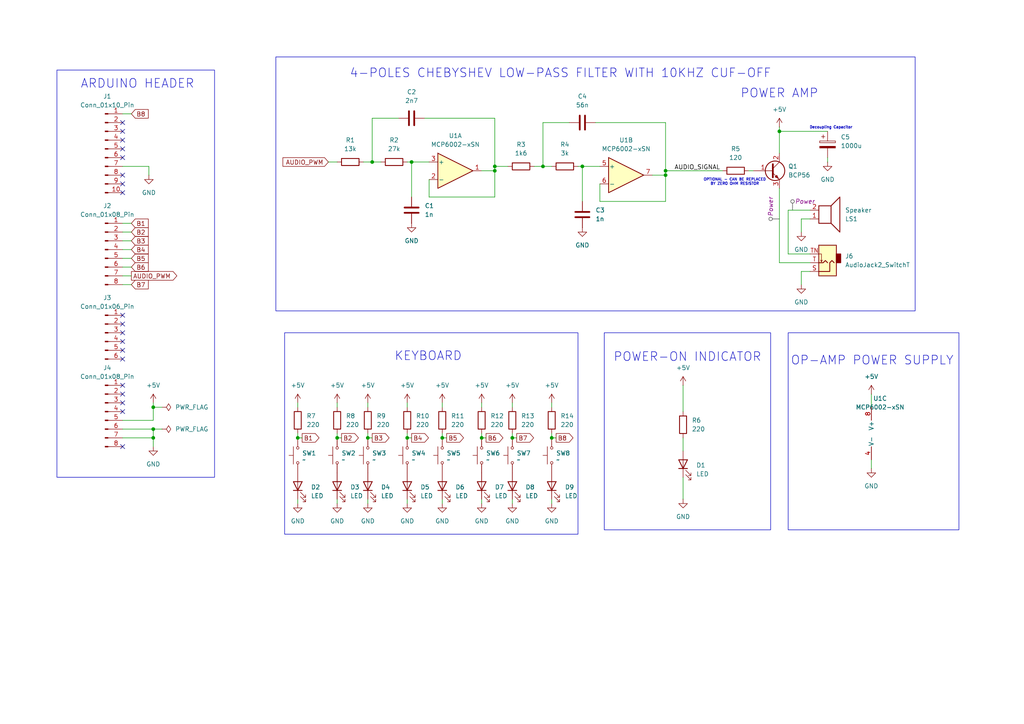
<source format=kicad_sch>
(kicad_sch (version 20231120) (generator "eeschema") (generator_version "8.0")
  (paper "A4")
  (lib_symbols
    (symbol "Amplifier_Operational:MCP6002-xSN" (pin_names (offset 0.127))
      (property "Reference" "U" (at 0 5.08 0))
      (property "Value" "MCP6002-xSN" (at 0 -5.08 0))
      (symbol "MCP6002-xSN_1_1"
        (polyline (pts (xy -5.08 5.08) (xy 5.08 0) (xy -5.08 -5.08) (xy -5.08 5.08)) (stroke (width 0.254)) (fill (type background)))
        (pin output line (at 7.62 0 180) (length 2.54) (name "~") (number "1"))
        (pin input line (at -7.62 -2.54 0) (length 2.54) (name "-") (number "2"))
        (pin input line (at -7.62 2.54 0) (length 2.54) (name "+") (number "3"))
      )
      (symbol "MCP6002-xSN_2_1"
        (polyline (pts (xy -5.08 5.08) (xy 5.08 0) (xy -5.08 -5.08) (xy -5.08 5.08)) (stroke (width 0.254)) (fill (type background)))
        (pin input line (at -7.62 2.54 0) (length 2.54) (name "+") (number "5"))
        (pin input line (at -7.62 -2.54 0) (length 2.54) (name "-") (number "6"))
        (pin output line (at 7.62 0 180) (length 2.54) (name "~") (number "7"))
      )
      (symbol "MCP6002-xSN_3_1"
        (pin power_in line (at -2.54 -7.62 90) (length 3.81) (name "V-") (number "4"))
        (pin power_in line (at -2.54 7.62 270) (length 3.81) (name "V+") (number "8"))
      )
    )
    (symbol "Connector:Conn_01x06_Pin" (pin_names (offset 1.016) hide)
      (property "Reference" "J" (at 0 7.62 0))
      (property "Value" "Conn_01x06_Pin" (at 0 -10.16 0))
      (symbol "Conn_01x06_Pin_1_1"
        (polyline (pts (xy 1.27 -7.62) (xy 0.8636 -7.62)) (stroke (width 0.1524)))
        (polyline (pts (xy 1.27 -5.08) (xy 0.8636 -5.08)) (stroke (width 0.1524)))
        (polyline (pts (xy 1.27 -2.54) (xy 0.8636 -2.54)) (stroke (width 0.1524)))
        (polyline (pts (xy 1.27 0) (xy 0.8636 0)) (stroke (width 0.1524)))
        (polyline (pts (xy 1.27 2.54) (xy 0.8636 2.54)) (stroke (width 0.1524)))
        (polyline (pts (xy 1.27 5.08) (xy 0.8636 5.08)) (stroke (width 0.1524)))
        (rectangle (start 0.8636 -7.493) (end 0 -7.747) (stroke (width 0.1524)) (fill (type outline)))
        (rectangle (start 0.8636 -4.953) (end 0 -5.207) (stroke (width 0.1524)) (fill (type outline)))
        (rectangle (start 0.8636 -2.413) (end 0 -2.667) (stroke (width 0.1524)) (fill (type outline)))
        (rectangle (start 0.8636 0.127) (end 0 -0.127) (stroke (width 0.1524)) (fill (type outline)))
        (rectangle (start 0.8636 2.667) (end 0 2.413) (stroke (width 0.1524)) (fill (type outline)))
        (rectangle (start 0.8636 5.207) (end 0 4.953) (stroke (width 0.1524)) (fill (type outline)))
        (pin passive line (at 5.08 5.08 180) (length 3.81) (name "Pin_1") (number "1"))
        (pin passive line (at 5.08 2.54 180) (length 3.81) (name "Pin_2") (number "2"))
        (pin passive line (at 5.08 0 180) (length 3.81) (name "Pin_3") (number "3"))
        (pin passive line (at 5.08 -2.54 180) (length 3.81) (name "Pin_4") (number "4"))
        (pin passive line (at 5.08 -5.08 180) (length 3.81) (name "Pin_5") (number "5"))
        (pin passive line (at 5.08 -7.62 180) (length 3.81) (name "Pin_6") (number "6"))
      )
    )
    (symbol "Connector:Conn_01x08_Pin" (pin_names (offset 1.016) hide)
      (property "Reference" "J" (at 0 10.16 0))
      (property "Value" "Conn_01x08_Pin" (at 0 -12.7 0))
      (symbol "Conn_01x08_Pin_1_1"
        (polyline (pts (xy 1.27 -10.16) (xy 0.8636 -10.16)) (stroke (width 0.1524)))
        (polyline (pts (xy 1.27 -7.62) (xy 0.8636 -7.62)) (stroke (width 0.1524)))
        (polyline (pts (xy 1.27 -5.08) (xy 0.8636 -5.08)) (stroke (width 0.1524)))
        (polyline (pts (xy 1.27 -2.54) (xy 0.8636 -2.54)) (stroke (width 0.1524)))
        (polyline (pts (xy 1.27 0) (xy 0.8636 0)) (stroke (width 0.1524)))
        (polyline (pts (xy 1.27 2.54) (xy 0.8636 2.54)) (stroke (width 0.1524)))
        (polyline (pts (xy 1.27 5.08) (xy 0.8636 5.08)) (stroke (width 0.1524)))
        (polyline (pts (xy 1.27 7.62) (xy 0.8636 7.62)) (stroke (width 0.1524)))
        (rectangle (start 0.8636 -10.033) (end 0 -10.287) (stroke (width 0.1524)) (fill (type outline)))
        (rectangle (start 0.8636 -7.493) (end 0 -7.747) (stroke (width 0.1524)) (fill (type outline)))
        (rectangle (start 0.8636 -4.953) (end 0 -5.207) (stroke (width 0.1524)) (fill (type outline)))
        (rectangle (start 0.8636 -2.413) (end 0 -2.667) (stroke (width 0.1524)) (fill (type outline)))
        (rectangle (start 0.8636 0.127) (end 0 -0.127) (stroke (width 0.1524)) (fill (type outline)))
        (rectangle (start 0.8636 2.667) (end 0 2.413) (stroke (width 0.1524)) (fill (type outline)))
        (rectangle (start 0.8636 5.207) (end 0 4.953) (stroke (width 0.1524)) (fill (type outline)))
        (rectangle (start 0.8636 7.747) (end 0 7.493) (stroke (width 0.1524)) (fill (type outline)))
        (pin passive line (at 5.08 7.62 180) (length 3.81) (name "Pin_1") (number "1"))
        (pin passive line (at 5.08 5.08 180) (length 3.81) (name "Pin_2") (number "2"))
        (pin passive line (at 5.08 2.54 180) (length 3.81) (name "Pin_3") (number "3"))
        (pin passive line (at 5.08 0 180) (length 3.81) (name "Pin_4") (number "4"))
        (pin passive line (at 5.08 -2.54 180) (length 3.81) (name "Pin_5") (number "5"))
        (pin passive line (at 5.08 -5.08 180) (length 3.81) (name "Pin_6") (number "6"))
        (pin passive line (at 5.08 -7.62 180) (length 3.81) (name "Pin_7") (number "7"))
        (pin passive line (at 5.08 -10.16 180) (length 3.81) (name "Pin_8") (number "8"))
      )
    )
    (symbol "Connector:Conn_01x10_Pin" (pin_names (offset 1.016) hide)
      (property "Reference" "J" (at 0 12.7 0))
      (property "Value" "Conn_01x10_Pin" (at 0 -15.24 0))
      (symbol "Conn_01x10_Pin_1_1"
        (polyline (pts (xy 1.27 -12.7) (xy 0.8636 -12.7)) (stroke (width 0.1524)))
        (polyline (pts (xy 1.27 -10.16) (xy 0.8636 -10.16)) (stroke (width 0.1524)))
        (polyline (pts (xy 1.27 -7.62) (xy 0.8636 -7.62)) (stroke (width 0.1524)))
        (polyline (pts (xy 1.27 -5.08) (xy 0.8636 -5.08)) (stroke (width 0.1524)))
        (polyline (pts (xy 1.27 -2.54) (xy 0.8636 -2.54)) (stroke (width 0.1524)))
        (polyline (pts (xy 1.27 0) (xy 0.8636 0)) (stroke (width 0.1524)))
        (polyline (pts (xy 1.27 2.54) (xy 0.8636 2.54)) (stroke (width 0.1524)))
        (polyline (pts (xy 1.27 5.08) (xy 0.8636 5.08)) (stroke (width 0.1524)))
        (polyline (pts (xy 1.27 7.62) (xy 0.8636 7.62)) (stroke (width 0.1524)))
        (polyline (pts (xy 1.27 10.16) (xy 0.8636 10.16)) (stroke (width 0.1524)))
        (rectangle (start 0.8636 -12.573) (end 0 -12.827) (stroke (width 0.1524)) (fill (type outline)))
        (rectangle (start 0.8636 -10.033) (end 0 -10.287) (stroke (width 0.1524)) (fill (type outline)))
        (rectangle (start 0.8636 -7.493) (end 0 -7.747) (stroke (width 0.1524)) (fill (type outline)))
        (rectangle (start 0.8636 -4.953) (end 0 -5.207) (stroke (width 0.1524)) (fill (type outline)))
        (rectangle (start 0.8636 -2.413) (end 0 -2.667) (stroke (width 0.1524)) (fill (type outline)))
        (rectangle (start 0.8636 0.127) (end 0 -0.127) (stroke (width 0.1524)) (fill (type outline)))
        (rectangle (start 0.8636 2.667) (end 0 2.413) (stroke (width 0.1524)) (fill (type outline)))
        (rectangle (start 0.8636 5.207) (end 0 4.953) (stroke (width 0.1524)) (fill (type outline)))
        (rectangle (start 0.8636 7.747) (end 0 7.493) (stroke (width 0.1524)) (fill (type outline)))
        (rectangle (start 0.8636 10.287) (end 0 10.033) (stroke (width 0.1524)) (fill (type outline)))
        (pin passive line (at 5.08 10.16 180) (length 3.81) (name "Pin_1") (number "1"))
        (pin passive line (at 5.08 -12.7 180) (length 3.81) (name "Pin_10") (number "10"))
        (pin passive line (at 5.08 7.62 180) (length 3.81) (name "Pin_2") (number "2"))
        (pin passive line (at 5.08 5.08 180) (length 3.81) (name "Pin_3") (number "3"))
        (pin passive line (at 5.08 2.54 180) (length 3.81) (name "Pin_4") (number "4"))
        (pin passive line (at 5.08 0 180) (length 3.81) (name "Pin_5") (number "5"))
        (pin passive line (at 5.08 -2.54 180) (length 3.81) (name "Pin_6") (number "6"))
        (pin passive line (at 5.08 -5.08 180) (length 3.81) (name "Pin_7") (number "7"))
        (pin passive line (at 5.08 -7.62 180) (length 3.81) (name "Pin_8") (number "8"))
        (pin passive line (at 5.08 -10.16 180) (length 3.81) (name "Pin_9") (number "9"))
      )
    )
    (symbol "Connector_Audio:AudioJack2_SwitchT"
      (property "Reference" "J" (at 0 8.89 0))
      (property "Value" "AudioJack2_SwitchT" (at 0 6.35 0))
      (symbol "AudioJack2_SwitchT_0_1"
        (rectangle (start -2.54 0) (end -3.81 -2.54) (stroke (width 0.254)) (fill (type outline)))
        (polyline (pts (xy 1.778 -0.254) (xy 2.032 -0.762)))
        (polyline (pts (xy 0 0) (xy 0.635 -0.635) (xy 1.27 0) (xy 2.54 0)) (stroke (width 0.254)))
        (polyline (pts (xy 2.54 -2.54) (xy 1.778 -2.54) (xy 1.778 -0.254) (xy 1.524 -0.762)))
        (polyline (pts (xy 2.54 2.54) (xy -0.635 2.54) (xy -0.635 0) (xy -1.27 -0.635) (xy -1.905 0)) (stroke (width 0.254)))
        (rectangle (start 2.54 3.81) (end -2.54 -5.08) (stroke (width 0.254)) (fill (type background)))
      )
      (symbol "AudioJack2_SwitchT_1_1"
        (pin passive line (at 5.08 2.54 180) (length 2.54) (name "~") (number "S"))
        (pin passive line (at 5.08 0 180) (length 2.54) (name "~") (number "T"))
        (pin passive line (at 5.08 -2.54 180) (length 2.54) (name "~") (number "TN"))
      )
    )
    (symbol "Device:C" (pin_numbers hide) (pin_names (offset 0.254))
      (property "Reference" "C" (at 0.635 2.54 0))
      (property "Value" "C" (at 0.635 -2.54 0))
      (symbol "C_0_1"
        (polyline (pts (xy -2.032 -0.762) (xy 2.032 -0.762)) (stroke (width 0.508)))
        (polyline (pts (xy -2.032 0.762) (xy 2.032 0.762)) (stroke (width 0.508)))
      )
      (symbol "C_1_1"
        (pin passive line (at 0 3.81 270) (length 2.794) (name "~") (number "1"))
        (pin passive line (at 0 -3.81 90) (length 2.794) (name "~") (number "2"))
      )
    )
    (symbol "Device:C_Polarized" (pin_numbers hide) (pin_names (offset 0.254))
      (property "Reference" "C" (at 0.635 2.54 0))
      (property "Value" "C_Polarized" (at 0.635 -2.54 0))
      (symbol "C_Polarized_0_1"
        (rectangle (start -2.286 0.508) (end 2.286 1.016))
        (polyline (pts (xy -1.778 2.286) (xy -0.762 2.286)))
        (polyline (pts (xy -1.27 2.794) (xy -1.27 1.778)))
        (rectangle (start 2.286 -0.508) (end -2.286 -1.016) (fill (type outline)))
      )
      (symbol "C_Polarized_1_1"
        (pin passive line (at 0 3.81 270) (length 2.794) (name "~") (number "1"))
        (pin passive line (at 0 -3.81 90) (length 2.794) (name "~") (number "2"))
      )
    )
    (symbol "Device:LED" (pin_numbers hide) (pin_names (offset 1.016) hide)
      (property "Reference" "D" (at 0 2.54 0))
      (property "Value" "LED" (at 0 -2.54 0))
      (symbol "LED_0_1"
        (polyline (pts (xy -1.27 -1.27) (xy -1.27 1.27)) (stroke (width 0.254)))
        (polyline (pts (xy -1.27 0) (xy 1.27 0)))
        (polyline (pts (xy 1.27 -1.27) (xy 1.27 1.27) (xy -1.27 0) (xy 1.27 -1.27)) (stroke (width 0.254)))
        (polyline (pts (xy -3.048 -0.762) (xy -4.572 -2.286) (xy -3.81 -2.286) (xy -4.572 -2.286) (xy -4.572 -1.524)))
        (polyline (pts (xy -1.778 -0.762) (xy -3.302 -2.286) (xy -2.54 -2.286) (xy -3.302 -2.286) (xy -3.302 -1.524)))
      )
      (symbol "LED_1_1"
        (pin passive line (at -3.81 0 0) (length 2.54) (name "K") (number "1"))
        (pin passive line (at 3.81 0 180) (length 2.54) (name "A") (number "2"))
      )
    )
    (symbol "Device:R" (pin_numbers hide) (pin_names (offset 0))
      (property "Reference" "R" (at 2.032 0 90))
      (property "Value" "R" (at 0 0 90))
      (symbol "R_0_1"
        (rectangle (start -1.016 -2.54) (end 1.016 2.54) (stroke (width 0.254)))
      )
      (symbol "R_1_1"
        (pin passive line (at 0 3.81 270) (length 1.27) (name "~") (number "1"))
        (pin passive line (at 0 -3.81 90) (length 1.27) (name "~") (number "2"))
      )
    )
    (symbol "Device:Speaker" (pin_names (offset 0) hide)
      (property "Reference" "LS" (at 1.27 5.715 0))
      (property "Value" "Speaker" (at 1.27 3.81 0))
      (symbol "Speaker_0_0"
        (rectangle (start -2.54 1.27) (end 1.016 -3.81) (stroke (width 0.254)))
        (polyline (pts (xy 1.016 1.27) (xy 3.556 3.81) (xy 3.556 -6.35) (xy 1.016 -3.81)) (stroke (width 0.254)))
      )
      (symbol "Speaker_1_1"
        (pin input line (at -5.08 0 0) (length 2.54) (name "1") (number "1"))
        (pin input line (at -5.08 -2.54 0) (length 2.54) (name "2") (number "2"))
      )
    )
    (symbol "KursPCB:SWITCH" (pin_numbers hide) (pin_names hide)
      (property "Reference" "SW" (at 4.572 1.016 0))
      (symbol "SWITCH_0_1"
        (circle (center -0.889 -2.54) (radius 0.3592))
        (polyline (pts (xy -1.27 -1.27) (xy 3.81 -1.27) (xy 1.27 -1.27) (xy 1.27 0)))
        (circle (center 3.429 -2.54) (radius 0.3592))
      )
      (symbol "SWITCH_1_1"
        (pin passive line (at -3.81 -2.54 0) (length 2.54) (name "A") (number "1"))
        (pin passive line (at 6.35 -2.54 180) (length 2.54) (name "B") (number "2"))
      )
    )
    (symbol "Transistor_BJT:BCP56" (pin_names (offset 0) hide)
      (property "Reference" "Q1" (at 5.08 1.2701 0))
      (property "Value" "BCP56" (at 5.08 -1.2699 0))
      (symbol "BCP56_0_1"
        (polyline (pts (xy 0.635 0.635) (xy 2.54 2.54)))
        (polyline (pts (xy 0.635 -0.635) (xy 2.54 -2.54) (xy 2.54 -2.54)))
        (polyline (pts (xy 0.635 1.905) (xy 0.635 -1.905) (xy 0.635 -1.905)) (stroke (width 0.508)))
        (polyline (pts (xy 1.27 -1.778) (xy 1.778 -1.27) (xy 2.286 -2.286) (xy 1.27 -1.778) (xy 1.27 -1.778)) (fill (type outline)))
        (circle (center 1.27 0) (radius 2.8194) (stroke (width 0.254)))
      )
      (symbol "BCP56_1_1"
        (pin input line (at -5.08 0 0) (length 5.715) (name "B") (number "1"))
        (pin passive line (at 2.54 5.08 270) (length 2.54) (name "C") (number "2"))
        (pin passive line (at 2.54 -5.08 90) (length 2.54) (name "E") (number "3"))
      )
    )
    (symbol "power:+5V" (power) (pin_numbers hide) (pin_names (offset 0) hide)
      (property "Value" "+5V" (at 0 3.556 0))
      (symbol "+5V_0_1"
        (polyline (pts (xy -0.762 1.27) (xy 0 2.54)))
        (polyline (pts (xy 0 0) (xy 0 2.54)))
        (polyline (pts (xy 0 2.54) (xy 0.762 1.27)))
      )
      (symbol "+5V_1_1"
        (pin power_in line (at 0 0 90) (length 0) (name "~") (number "1"))
      )
    )
    (symbol "power:GND" (power) (pin_numbers hide) (pin_names (offset 0) hide)
      (property "Value" "GND" (at 0 -3.81 0))
      (symbol "GND_0_1"
        (polyline (pts (xy 0 0) (xy 0 -1.27) (xy 1.27 -1.27) (xy 0 -2.54) (xy -1.27 -1.27) (xy 0 -1.27)))
      )
      (symbol "GND_1_1"
        (pin power_in line (at 0 0 270) (length 0) (name "~") (number "1"))
      )
    )
    (symbol "power:PWR_FLAG" (power) (pin_numbers hide) (pin_names (offset 0) hide)
      (property "Value" "PWR_FLAG" (at 0 3.81 0))
      (symbol "PWR_FLAG_0_0"
        (pin power_out line (at 0 0 90) (length 0) (name "~") (number "1"))
      )
      (symbol "PWR_FLAG_0_1"
        (polyline (pts (xy 0 0) (xy 0 1.27) (xy -1.016 1.905) (xy 0 2.54) (xy 1.016 1.905) (xy 0 1.27)))
      )
    )
  )
  (junction (at 148.59 127))
  (junction (at 97.79 127))
  (junction (at 168.91 48.26))
  (junction (at 139.7 127))
  (junction (at 106.68 127))
  (junction (at 119.38 46.99))
  (junction (at 128.27 127))
  (junction (at 157.48 48.26))
  (junction (at 193.04 49.53))
  (junction (at 44.45 127))
  (junction (at 44.45 118.11))
  (junction (at 86.36 127))
  (junction (at 107.95 46.99))
  (junction (at 226.06 38.1))
  (junction (at 143.51 48.26))
  (junction (at 193.04 50.8))
  (junction (at 44.45 124.46))
  (junction (at 160.02 127))
  (junction (at 118.11 127))
  (junction (at 143.51 49.53))
  (no_connect (at 35.56 35.56))
  (no_connect (at 35.56 50.8))
  (no_connect (at 35.56 129.54))
  (no_connect (at 35.56 93.98))
  (no_connect (at 35.56 38.1))
  (no_connect (at 35.56 40.64))
  (no_connect (at 35.56 116.84))
  (no_connect (at 35.56 111.76))
  (no_connect (at 35.56 99.06))
  (no_connect (at 35.56 114.3))
  (no_connect (at 35.56 101.6))
  (no_connect (at 35.56 104.14))
  (no_connect (at 35.56 45.72))
  (no_connect (at 35.56 55.88))
  (no_connect (at 35.56 96.52))
  (no_connect (at 35.56 53.34))
  (no_connect (at 35.56 43.18))
  (no_connect (at 35.56 119.38))
  (no_connect (at 35.56 91.44))
  (wire (pts (xy 160.02 127) (xy 161.29 127)))
  (wire (pts (xy 106.68 144.78) (xy 106.68 146.05)))
  (wire (pts (xy 105.41 46.99) (xy 107.95 46.99)))
  (wire (pts (xy 35.56 48.26) (xy 43.18 48.26)))
  (wire (pts (xy 226.06 38.1) (xy 240.03 38.1)))
  (wire (pts (xy 128.27 116.84) (xy 128.27 118.11)))
  (wire (pts (xy 44.45 127) (xy 44.45 129.54)))
  (wire (pts (xy 198.12 127) (xy 198.12 130.81)))
  (wire (pts (xy 118.11 144.78) (xy 118.11 146.05)))
  (wire (pts (xy 143.51 34.29) (xy 143.51 48.26)))
  (wire (pts (xy 86.36 127) (xy 87.63 127)))
  (wire (pts (xy 139.7 125.73) (xy 139.7 127)))
  (wire (pts (xy 119.38 46.99) (xy 119.38 57.15)))
  (wire (pts (xy 35.56 72.39) (xy 38.1 72.39)))
  (wire (pts (xy 172.72 35.56) (xy 193.04 35.56)))
  (wire (pts (xy 165.1 35.56) (xy 157.48 35.56)))
  (wire (pts (xy 95.25 46.99) (xy 97.79 46.99)))
  (wire (pts (xy 35.56 127) (xy 44.45 127)))
  (wire (pts (xy 128.27 125.73) (xy 128.27 127)))
  (wire (pts (xy 106.68 125.73) (xy 106.68 127)))
  (wire (pts (xy 35.56 69.85) (xy 38.1 69.85)))
  (wire (pts (xy 252.73 114.3) (xy 252.73 118.11)))
  (wire (pts (xy 143.51 57.15) (xy 143.51 49.53)))
  (wire (pts (xy 157.48 48.26) (xy 160.02 48.26)))
  (wire (pts (xy 160.02 144.78) (xy 160.02 146.05)))
  (wire (pts (xy 228.6 60.96) (xy 234.95 60.96)))
  (wire (pts (xy 118.11 116.84) (xy 118.11 118.11)))
  (wire (pts (xy 139.7 116.84) (xy 139.7 118.11)))
  (wire (pts (xy 143.51 49.53) (xy 139.7 49.53)))
  (wire (pts (xy 128.27 144.78) (xy 128.27 146.05)))
  (wire (pts (xy 106.68 127) (xy 107.95 127)))
  (wire (pts (xy 173.99 58.42) (xy 193.04 58.42)))
  (wire (pts (xy 168.91 48.26) (xy 173.99 48.26)))
  (wire (pts (xy 252.73 133.35) (xy 252.73 135.89)))
  (wire (pts (xy 118.11 125.73) (xy 118.11 127)))
  (wire (pts (xy 148.59 127) (xy 149.86 127)))
  (wire (pts (xy 118.11 127) (xy 119.38 127)))
  (wire (pts (xy 198.12 111.76) (xy 198.12 119.38)))
  (wire (pts (xy 35.56 64.77) (xy 38.1 64.77)))
  (wire (pts (xy 44.45 116.84) (xy 44.45 118.11)))
  (wire (pts (xy 193.04 50.8) (xy 189.23 50.8)))
  (wire (pts (xy 226.06 76.2) (xy 226.06 54.61)))
  (wire (pts (xy 139.7 127) (xy 140.97 127)))
  (wire (pts (xy 97.79 144.78) (xy 97.79 146.05)))
  (wire (pts (xy 123.19 34.29) (xy 143.51 34.29)))
  (wire (pts (xy 143.51 48.26) (xy 147.32 48.26)))
  (wire (pts (xy 124.46 52.07) (xy 124.46 57.15)))
  (wire (pts (xy 217.17 49.53) (xy 218.44 49.53)))
  (wire (pts (xy 86.36 116.84) (xy 86.36 118.11)))
  (wire (pts (xy 86.36 125.73) (xy 86.36 127)))
  (wire (pts (xy 232.41 78.74) (xy 234.95 78.74)))
  (wire (pts (xy 234.95 76.2) (xy 226.06 76.2)))
  (wire (pts (xy 226.06 36.83) (xy 226.06 38.1)))
  (wire (pts (xy 198.12 138.43) (xy 198.12 144.78)))
  (wire (pts (xy 97.79 125.73) (xy 97.79 127)))
  (wire (pts (xy 128.27 127) (xy 129.54 127)))
  (wire (pts (xy 148.59 116.84) (xy 148.59 118.11)))
  (wire (pts (xy 35.56 74.93) (xy 38.1 74.93)))
  (wire (pts (xy 154.94 48.26) (xy 157.48 48.26)))
  (wire (pts (xy 167.64 48.26) (xy 168.91 48.26)))
  (wire (pts (xy 173.99 53.34) (xy 173.99 58.42)))
  (wire (pts (xy 228.6 73.66) (xy 228.6 60.96)))
  (wire (pts (xy 115.57 34.29) (xy 107.95 34.29)))
  (wire (pts (xy 234.95 63.5) (xy 232.41 63.5)))
  (wire (pts (xy 118.11 46.99) (xy 119.38 46.99)))
  (wire (pts (xy 193.04 49.53) (xy 193.04 50.8)))
  (wire (pts (xy 240.03 45.72) (xy 240.03 46.99)))
  (wire (pts (xy 143.51 48.26) (xy 143.51 49.53)))
  (wire (pts (xy 44.45 124.46) (xy 44.45 127)))
  (wire (pts (xy 160.02 116.84) (xy 160.02 118.11)))
  (wire (pts (xy 35.56 33.02) (xy 38.1 33.02)))
  (wire (pts (xy 35.56 124.46) (xy 44.45 124.46)))
  (wire (pts (xy 139.7 144.78) (xy 139.7 146.05)))
  (wire (pts (xy 124.46 57.15) (xy 143.51 57.15)))
  (wire (pts (xy 232.41 78.74) (xy 232.41 82.55)))
  (wire (pts (xy 148.59 125.73) (xy 148.59 127)))
  (wire (pts (xy 97.79 116.84) (xy 97.79 118.11)))
  (wire (pts (xy 193.04 35.56) (xy 193.04 49.53)))
  (wire (pts (xy 157.48 35.56) (xy 157.48 48.26)))
  (wire (pts (xy 107.95 46.99) (xy 110.49 46.99)))
  (wire (pts (xy 226.06 38.1) (xy 226.06 44.45)))
  (wire (pts (xy 106.68 116.84) (xy 106.68 118.11)))
  (wire (pts (xy 234.95 73.66) (xy 228.6 73.66)))
  (wire (pts (xy 86.36 144.78) (xy 86.36 146.05)))
  (wire (pts (xy 35.56 77.47) (xy 38.1 77.47)))
  (wire (pts (xy 107.95 34.29) (xy 107.95 46.99)))
  (wire (pts (xy 193.04 58.42) (xy 193.04 50.8)))
  (wire (pts (xy 160.02 125.73) (xy 160.02 127)))
  (wire (pts (xy 35.56 82.55) (xy 38.1 82.55)))
  (wire (pts (xy 148.59 144.78) (xy 148.59 146.05)))
  (wire (pts (xy 193.04 49.53) (xy 209.55 49.53)))
  (wire (pts (xy 35.56 121.92) (xy 44.45 121.92)))
  (wire (pts (xy 119.38 46.99) (xy 124.46 46.99)))
  (wire (pts (xy 35.56 80.01) (xy 38.1 80.01)))
  (wire (pts (xy 168.91 48.26) (xy 168.91 58.42)))
  (wire (pts (xy 44.45 124.46) (xy 46.99 124.46)))
  (wire (pts (xy 232.41 63.5) (xy 232.41 67.31)))
  (wire (pts (xy 35.56 67.31) (xy 38.1 67.31)))
  (wire (pts (xy 43.18 48.26) (xy 43.18 50.8)))
  (wire (pts (xy 44.45 118.11) (xy 46.99 118.11)))
  (wire (pts (xy 44.45 118.11) (xy 44.45 121.92)))
  (wire (pts (xy 97.79 127) (xy 99.06 127)))
  (rectangle (start 16.51 20.32) (end 62.23 138.43))
  (rectangle (start 80.01 16.51) (end 265.43 90.17))
  (rectangle (start 175.26 96.52) (end 223.52 153.67))
  (rectangle (start 228.6 96.52) (end 278.13 153.67))
  (rectangle (start 82.55 96.52) (end 167.64 154.94))
  (text "4-POLES CHEBYSHEV LOW-PASS FILTER WITH 10KHZ CUF-OFF" (at 162.56 21.336 0) (effects (font (size 2.54 2.54))))
  (text "OP-AMP POWER SUPPLY" (at 252.984 104.648 0) (effects (font (size 2.54 2.54))))
  (text "Decoupling Capacitor" (at 241.046 37.084 0) (effects (font (size 0.762 0.762))))
  (text "POWER AMP" (at 226.06 27.178 0) (effects (font (size 2.54 2.54))))
  (text "OPTIONAL - CAN BE REPLACED\nBY ZERO OHM RESISTOR" (at 213.106 52.832 0) (effects (font (size 0.762 0.762))))
  (text "ARDUINO HEADER" (at 39.878 24.384 0) (effects (font (size 2.54 2.54))))
  (text "KEYBOARD" (at 124.206 103.378 0) (effects (font (size 2.54 2.54))))
  (text "POWER-ON INDICATOR" (at 199.39 103.632 0) (effects (font (size 2.54 2.54))))
  (label "AUDIO_SIGNAL" (at 195.58 49.53 0))
  (global_label "B8" (shape input) (at 38.1 33.02 0) (property "Intersheetrefs" "${INTERSHEET_REFS}" (effects (hide yes))))
  (global_label "B7" (shape input) (at 38.1 82.55 0) (property "Intersheetrefs" "${INTERSHEET_REFS}" (effects (hide yes))))
  (global_label "B2" (shape output) (at 99.06 127 0) (property "Intersheetrefs" "${INTERSHEET_REFS}" (effects (hide yes))))
  (global_label "B6" (shape output) (at 140.97 127 0) (property "Intersheetrefs" "${INTERSHEET_REFS}" (effects (hide yes))))
  (global_label "B3" (shape output) (at 107.95 127 0) (property "Intersheetrefs" "${INTERSHEET_REFS}" (effects (hide yes))))
  (global_label "B3" (shape input) (at 38.1 69.85 0) (property "Intersheetrefs" "${INTERSHEET_REFS}" (effects (hide yes))))
  (global_label "B5" (shape output) (at 129.54 127 0) (property "Intersheetrefs" "${INTERSHEET_REFS}" (effects (hide yes))))
  (global_label "B6" (shape input) (at 38.1 77.47 0) (property "Intersheetrefs" "${INTERSHEET_REFS}" (effects (hide yes))))
  (global_label "B5" (shape input) (at 38.1 74.93 0) (property "Intersheetrefs" "${INTERSHEET_REFS}" (effects (hide yes))))
  (global_label "B2" (shape input) (at 38.1 67.31 0) (property "Intersheetrefs" "${INTERSHEET_REFS}" (effects (hide yes))))
  (global_label "B4" (shape output) (at 119.38 127 0) (property "Intersheetrefs" "${INTERSHEET_REFS}" (effects (hide yes))))
  (global_label "B4" (shape input) (at 38.1 72.39 0) (property "Intersheetrefs" "${INTERSHEET_REFS}" (effects (hide yes))))
  (global_label "B1" (shape output) (at 87.63 127 0) (property "Intersheetrefs" "${INTERSHEET_REFS}" (effects (hide yes))))
  (global_label "B7" (shape output) (at 149.86 127 0) (property "Intersheetrefs" "${INTERSHEET_REFS}" (effects (hide yes))))
  (global_label "B1" (shape input) (at 38.1 64.77 0) (property "Intersheetrefs" "${INTERSHEET_REFS}" (effects (hide yes))))
  (global_label "AUDIO_PWM" (shape output) (at 38.1 80.01 0) (property "Intersheetrefs" "${INTERSHEET_REFS}" (effects (hide yes))))
  (global_label "B8" (shape output) (at 161.29 127 0) (property "Intersheetrefs" "${INTERSHEET_REFS}" (effects (hide yes))))
  (global_label "AUDIO_PWM" (shape input) (at 95.25 46.99 180) (property "Intersheetrefs" "${INTERSHEET_REFS}" (effects (hide yes))))
  (netclass_flag "" (length 2.54) (shape round) (at 226.06 63.5 90) (property "Netclass" "Power" (at 223.52 62.8015 90) (effects (font (italic yes)) (justify left))))
  (netclass_flag "" (length 2.54) (shape round) (at 229.87 60.96 0) (property "Netclass" "Power" (at 230.5685 58.42 0) (effects (font (italic yes)) (justify left))))
  (symbol (lib_id "power:+5V") (at 128.27 116.84 0) (unit 1)
    (property "Reference" "#PWR021" (effects (hide yes)))
    (property "Value" "+5V" (at 128.27 111.76 0))
    (property "Description" "Power symbol creates a global label with name \"+5V\"" (effects (hide yes)))
  )
  (symbol (lib_id "Device:R") (at 148.59 121.92 0) (unit 1)
    (property "Reference" "R13" (at 151.13 120.6499 0) (effects (justify left)))
    (property "Value" "220" (at 151.13 123.1899 0) (effects (justify left)))
    (property "Footprint" "Resistor_SMD:R_0805_2012Metric_Pad1.20x1.40mm_HandSolder" (effects (hide yes)))
    (property "Description" "Resistor" (effects (hide yes)))
  )
  (symbol (lib_id "power:GND") (at 118.11 146.05 0) (unit 1)
    (property "Reference" "#PWR020" (effects (hide yes)))
    (property "Value" "GND" (at 118.11 151.13 0))
    (property "Description" "Power symbol creates a global label with name \"GND\" , ground" (effects (hide yes)))
  )
  (symbol (lib_id "KursPCB:SWITCH") (at 157.48 133.35 90) (unit 1)
    (property "Reference" "SW8" (at 161.29 131.4449 90) (effects (justify right)))
    (property "Value" "~" (at 161.29 133.35 90) (effects (justify right)))
    (property "Footprint" "Button_Switch_THT:SW_PUSH_6mm_H5mm" (effects (hide yes)))
  )
  (symbol (lib_id "Connector:Conn_01x08_Pin") (at 30.48 72.39 0) (unit 1)
    (property "Reference" "J2" (at 31.115 59.69 0))
    (property "Value" "Conn_01x08_Pin" (at 31.115 62.23 0))
    (property "Footprint" "Connector_PinHeader_2.54mm:PinHeader_1x08_P2.54mm_Vertical" (effects (hide yes)))
    (property "Description" "Generic connector, single row, 01x08, script generated" (effects (hide yes)))
  )
  (symbol (lib_id "power:+5V") (at 44.45 116.84 0) (unit 1)
    (property "Reference" "#PWR07" (effects (hide yes)))
    (property "Value" "+5V" (at 44.45 111.76 0))
    (property "Description" "Power symbol creates a global label with name \"+5V\"" (effects (hide yes)))
  )
  (symbol (lib_id "KursPCB:SWITCH") (at 137.16 133.35 90) (unit 1)
    (property "Reference" "SW6" (at 140.97 131.4449 90) (effects (justify right)))
    (property "Value" "~" (at 140.97 133.35 90) (effects (justify right)))
    (property "Footprint" "Button_Switch_THT:SW_PUSH_6mm_H5mm" (effects (hide yes)))
  )
  (symbol (lib_id "power:GND") (at 198.12 144.78 0) (unit 1)
    (property "Reference" "#PWR09" (effects (hide yes)))
    (property "Value" "GND" (at 198.12 149.86 0))
    (property "Description" "Power symbol creates a global label with name \"GND\" , ground" (effects (hide yes)))
  )
  (symbol (lib_id "Device:R") (at 198.12 123.19 0) (unit 1)
    (property "Reference" "R6" (at 200.66 121.9199 0) (effects (justify left)))
    (property "Value" "220" (at 200.66 124.4599 0) (effects (justify left)))
    (property "Footprint" "Resistor_SMD:R_0805_2012Metric_Pad1.20x1.40mm_HandSolder" (effects (hide yes)))
    (property "Description" "Resistor" (effects (hide yes)))
  )
  (symbol (lib_id "power:PWR_FLAG") (at 46.99 118.11 270) (unit 1)
    (property "Reference" "#FLG01" (effects (hide yes)))
    (property "Value" "PWR_FLAG" (at 50.8 118.1099 90) (effects (justify left)))
    (property "Description" "Special symbol for telling ERC where power comes from" (effects (hide yes)))
  )
  (symbol (lib_id "power:GND") (at 97.79 146.05 0) (unit 1)
    (property "Reference" "#PWR016" (effects (hide yes)))
    (property "Value" "GND" (at 97.79 151.13 0))
    (property "Description" "Power symbol creates a global label with name \"GND\" , ground" (effects (hide yes)))
  )
  (symbol (lib_id "power:+5V") (at 226.06 36.83 0) (unit 1)
    (property "Reference" "#PWR03" (effects (hide yes)))
    (property "Value" "+5V" (at 226.06 31.75 0))
    (property "Description" "Power symbol creates a global label with name \"+5V\"" (effects (hide yes)))
  )
  (symbol (lib_id "power:GND") (at 139.7 146.05 0) (unit 1)
    (property "Reference" "#PWR024" (effects (hide yes)))
    (property "Value" "GND" (at 139.7 151.13 0))
    (property "Description" "Power symbol creates a global label with name \"GND\" , ground" (effects (hide yes)))
  )
  (symbol (lib_id "Device:R") (at 163.83 48.26 90) (unit 1)
    (property "Reference" "R4" (at 163.83 41.91 90))
    (property "Value" "3k" (at 163.83 44.45 90))
    (property "Footprint" "Resistor_SMD:R_0805_2012Metric_Pad1.20x1.40mm_HandSolder" (effects (hide yes)))
    (property "Description" "Resistor" (effects (hide yes)))
  )
  (symbol (lib_id "power:+5V") (at 252.73 114.3 0) (unit 1)
    (property "Reference" "#PWR011" (effects (hide yes)))
    (property "Value" "+5V" (at 252.73 109.22 0))
    (property "Description" "Power symbol creates a global label with name \"+5V\"" (effects (hide yes)))
  )
  (symbol (lib_id "power:+5V") (at 198.12 111.76 0) (unit 1)
    (property "Reference" "#PWR010" (effects (hide yes)))
    (property "Value" "+5V" (at 198.12 106.68 0))
    (property "Description" "Power symbol creates a global label with name \"+5V\"" (effects (hide yes)))
  )
  (symbol (lib_id "Device:LED") (at 86.36 140.97 90) (unit 1)
    (property "Reference" "D2" (at 90.17 141.2874 90) (effects (justify right)))
    (property "Value" "LED" (at 90.17 143.8274 90) (effects (justify right)))
    (property "Footprint" "LED_SMD:LED_0805_2012Metric_Pad1.15x1.40mm_HandSolder" (effects (hide yes)))
    (property "Description" "Light emitting diode" (effects (hide yes)))
  )
  (symbol (lib_id "power:GND") (at 232.41 82.55 0) (unit 1)
    (property "Reference" "#PWR04" (effects (hide yes)))
    (property "Value" "GND" (at 232.41 87.63 0))
    (property "Description" "Power symbol creates a global label with name \"GND\" , ground" (effects (hide yes)))
  )
  (symbol (lib_id "power:+5V") (at 148.59 116.84 0) (unit 1)
    (property "Reference" "#PWR025" (effects (hide yes)))
    (property "Value" "+5V" (at 148.59 111.76 0))
    (property "Description" "Power symbol creates a global label with name \"+5V\"" (effects (hide yes)))
  )
  (symbol (lib_id "power:GND") (at 44.45 129.54 0) (unit 1)
    (property "Reference" "#PWR06" (effects (hide yes)))
    (property "Value" "GND" (at 44.45 134.62 0))
    (property "Description" "Power symbol creates a global label with name \"GND\" , ground" (effects (hide yes)))
  )
  (symbol (lib_id "Connector:Conn_01x06_Pin") (at 30.48 96.52 0) (unit 1)
    (property "Reference" "J3" (at 31.115 86.36 0))
    (property "Value" "Conn_01x06_Pin" (at 31.115 88.9 0))
    (property "Footprint" "Connector_PinHeader_2.54mm:PinHeader_1x06_P2.54mm_Vertical" (effects (hide yes)))
    (property "Description" "Generic connector, single row, 01x06, script generated" (effects (hide yes)))
  )
  (symbol (lib_id "Device:C") (at 168.91 62.23 180) (unit 1)
    (property "Reference" "C3" (at 172.72 60.9599 0) (effects (justify right)))
    (property "Value" "1n" (at 172.72 63.4999 0) (effects (justify right)))
    (property "Footprint" "Capacitor_SMD:C_0805_2012Metric_Pad1.18x1.45mm_HandSolder" (effects (hide yes)))
    (property "Description" "Unpolarized capacitor" (effects (hide yes)))
  )
  (symbol (lib_id "KursPCB:SWITCH") (at 104.14 133.35 90) (unit 1)
    (property "Reference" "SW3" (at 107.95 131.4449 90) (effects (justify right)))
    (property "Value" "~" (at 107.95 133.35 90) (effects (justify right)))
    (property "Footprint" "Button_Switch_THT:SW_PUSH_6mm_H5mm" (effects (hide yes)))
  )
  (symbol (lib_id "Device:C") (at 168.91 35.56 90) (unit 1)
    (property "Reference" "C4" (at 168.91 27.94 90))
    (property "Value" "56n" (at 168.91 30.48 90))
    (property "Footprint" "Capacitor_SMD:C_0805_2012Metric_Pad1.18x1.45mm_HandSolder" (effects (hide yes)))
    (property "Description" "Unpolarized capacitor" (effects (hide yes)))
  )
  (symbol (lib_id "KursPCB:SWITCH") (at 83.82 133.35 90) (unit 1)
    (property "Reference" "SW1" (at 87.63 131.4449 90) (effects (justify right)))
    (property "Value" "~" (at 87.63 133.35 90) (effects (justify right)))
    (property "Footprint" "Button_Switch_THT:SW_PUSH_6mm_H5mm" (effects (hide yes)))
  )
  (symbol (lib_id "Device:LED") (at 97.79 140.97 90) (unit 1)
    (property "Reference" "D3" (at 101.6 141.2874 90) (effects (justify right)))
    (property "Value" "LED" (at 101.6 143.8274 90) (effects (justify right)))
    (property "Footprint" "LED_SMD:LED_0805_2012Metric_Pad1.15x1.40mm_HandSolder" (effects (hide yes)))
    (property "Description" "Light emitting diode" (effects (hide yes)))
  )
  (symbol (lib_id "Device:C") (at 119.38 34.29 90) (unit 1)
    (property "Reference" "C2" (at 119.38 26.67 90))
    (property "Value" "2n7" (at 119.38 29.21 90))
    (property "Footprint" "Capacitor_SMD:C_0805_2012Metric_Pad1.18x1.45mm_HandSolder" (effects (hide yes)))
    (property "Description" "Unpolarized capacitor" (effects (hide yes)))
  )
  (symbol (lib_id "Device:R") (at 128.27 121.92 0) (unit 1)
    (property "Reference" "R11" (at 130.81 120.6499 0) (effects (justify left)))
    (property "Value" "220" (at 130.81 123.1899 0) (effects (justify left)))
    (property "Footprint" "Resistor_SMD:R_0805_2012Metric_Pad1.20x1.40mm_HandSolder" (effects (hide yes)))
    (property "Description" "Resistor" (effects (hide yes)))
  )
  (symbol (lib_id "power:+5V") (at 97.79 116.84 0) (unit 1)
    (property "Reference" "#PWR015" (effects (hide yes)))
    (property "Value" "+5V" (at 97.79 111.76 0))
    (property "Description" "Power symbol creates a global label with name \"+5V\"" (effects (hide yes)))
  )
  (symbol (lib_id "Device:R") (at 86.36 121.92 0) (unit 1)
    (property "Reference" "R7" (at 88.9 120.6499 0) (effects (justify left)))
    (property "Value" "220" (at 88.9 123.1899 0) (effects (justify left)))
    (property "Footprint" "Resistor_SMD:R_0805_2012Metric_Pad1.20x1.40mm_HandSolder" (effects (hide yes)))
    (property "Description" "Resistor" (effects (hide yes)))
  )
  (symbol (lib_id "Device:R") (at 114.3 46.99 90) (unit 1)
    (property "Reference" "R2" (at 114.3 40.64 90))
    (property "Value" "27k" (at 114.3 43.18 90))
    (property "Footprint" "Resistor_SMD:R_0805_2012Metric_Pad1.20x1.40mm_HandSolder" (effects (hide yes)))
    (property "Description" "Resistor" (effects (hide yes)))
  )
  (symbol (lib_id "power:GND") (at 43.18 50.8 0) (unit 1)
    (property "Reference" "#PWR08" (effects (hide yes)))
    (property "Value" "GND" (at 43.18 55.88 0))
    (property "Description" "Power symbol creates a global label with name \"GND\" , ground" (effects (hide yes)))
  )
  (symbol (lib_id "Device:R") (at 118.11 121.92 0) (unit 1)
    (property "Reference" "R10" (at 120.65 120.6499 0) (effects (justify left)))
    (property "Value" "220" (at 120.65 123.1899 0) (effects (justify left)))
    (property "Footprint" "Resistor_SMD:R_0805_2012Metric_Pad1.20x1.40mm_HandSolder" (effects (hide yes)))
    (property "Description" "Resistor" (effects (hide yes)))
  )
  (symbol (lib_id "power:+5V") (at 86.36 116.84 0) (unit 1)
    (property "Reference" "#PWR014" (effects (hide yes)))
    (property "Value" "+5V" (at 86.36 111.76 0))
    (property "Description" "Power symbol creates a global label with name \"+5V\"" (effects (hide yes)))
  )
  (symbol (lib_id "Device:C") (at 119.38 60.96 180) (unit 1)
    (property "Reference" "C1" (at 123.19 59.6899 0) (effects (justify right)))
    (property "Value" "1n" (at 123.19 62.2299 0) (effects (justify right)))
    (property "Footprint" "Capacitor_SMD:C_0805_2012Metric_Pad1.18x1.45mm_HandSolder" (effects (hide yes)))
    (property "Description" "Unpolarized capacitor" (effects (hide yes)))
  )
  (symbol (lib_id "Device:LED") (at 148.59 140.97 90) (unit 1)
    (property "Reference" "D8" (at 152.4 141.2874 90) (effects (justify right)))
    (property "Value" "LED" (at 152.4 143.8274 90) (effects (justify right)))
    (property "Footprint" "LED_SMD:LED_0805_2012Metric_Pad1.15x1.40mm_HandSolder" (effects (hide yes)))
    (property "Description" "Light emitting diode" (effects (hide yes)))
  )
  (symbol (lib_id "power:+5V") (at 160.02 116.84 0) (unit 1)
    (property "Reference" "#PWR027" (effects (hide yes)))
    (property "Value" "+5V" (at 160.02 111.76 0))
    (property "Description" "Power symbol creates a global label with name \"+5V\"" (effects (hide yes)))
  )
  (symbol (lib_id "Device:R") (at 160.02 121.92 0) (unit 1)
    (property "Reference" "R14" (at 162.56 120.6499 0) (effects (justify left)))
    (property "Value" "220" (at 162.56 123.1899 0) (effects (justify left)))
    (property "Footprint" "Resistor_SMD:R_0805_2012Metric_Pad1.20x1.40mm_HandSolder" (effects (hide yes)))
    (property "Description" "Resistor" (effects (hide yes)))
  )
  (symbol (lib_id "power:GND") (at 240.03 46.99 0) (unit 1)
    (property "Reference" "#PWR029" (effects (hide yes)))
    (property "Value" "GND" (at 240.03 52.07 0))
    (property "Description" "Power symbol creates a global label with name \"GND\" , ground" (effects (hide yes)))
  )
  (symbol (lib_id "Amplifier_Operational:MCP6002-xSN") (at 132.08 49.53 0) (unit 1)
    (property "Reference" "U1" (at 132.08 39.37 0))
    (property "Value" "MCP6002-xSN" (at 132.08 41.91 0))
    (property "Footprint" "Package_SO:SOIC-8-1EP_3.9x4.9mm_P1.27mm_EP2.29x3mm" (effects (hide yes)))
    (property "Datasheet" "http://ww1.microchip.com/downloads/en/DeviceDoc/21733j.pdf" (effects (hide yes)))
    (property "Description" "1MHz, Low-Power Op Amp, SOIC-8" (effects (hide yes)))
  )
  (symbol (lib_id "power:+5V") (at 139.7 116.84 0) (unit 1)
    (property "Reference" "#PWR023" (effects (hide yes)))
    (property "Value" "+5V" (at 139.7 111.76 0))
    (property "Description" "Power symbol creates a global label with name \"+5V\"" (effects (hide yes)))
  )
  (symbol (lib_id "power:+5V") (at 118.11 116.84 0) (unit 1)
    (property "Reference" "#PWR019" (effects (hide yes)))
    (property "Value" "+5V" (at 118.11 111.76 0))
    (property "Description" "Power symbol creates a global label with name \"+5V\"" (effects (hide yes)))
  )
  (symbol (lib_id "Connector:Conn_01x10_Pin") (at 30.48 43.18 0) (unit 1)
    (property "Reference" "J1" (at 31.115 27.94 0))
    (property "Value" "Conn_01x10_Pin" (at 31.115 30.48 0))
    (property "Footprint" "Connector_PinHeader_2.54mm:PinHeader_1x10_P2.54mm_Vertical" (effects (hide yes)))
    (property "Description" "Generic connector, single row, 01x10, script generated" (effects (hide yes)))
  )
  (symbol (lib_id "KursPCB:SWITCH") (at 115.57 133.35 90) (unit 1)
    (property "Reference" "SW4" (at 119.38 131.4449 90) (effects (justify right)))
    (property "Value" "~" (at 119.38 133.35 90) (effects (justify right)))
    (property "Footprint" "Button_Switch_THT:SW_PUSH_6mm_H5mm" (effects (hide yes)))
  )
  (symbol (lib_id "Connector_Audio:AudioJack2_SwitchT") (at 240.03 76.2 180) (unit 1)
    (property "Reference" "J6" (at 245.11 74.2949 0) (effects (justify right)))
    (property "Value" "AudioJack2_SwitchT" (at 245.11 76.8349 0) (effects (justify right)))
    (property "Footprint" "Kurs_PCB:Jack_3.5mm_Cliff_FC68118_Horizontal" (effects (hide yes)))
    (property "Description" "Audio Jack, 2 Poles (Mono / TS), Switched T Pole (Normalling)" (effects (hide yes)))
  )
  (symbol (lib_id "power:GND") (at 106.68 146.05 0) (unit 1)
    (property "Reference" "#PWR018" (effects (hide yes)))
    (property "Value" "GND" (at 106.68 151.13 0))
    (property "Description" "Power symbol creates a global label with name \"GND\" , ground" (effects (hide yes)))
  )
  (symbol (lib_id "power:GND") (at 128.27 146.05 0) (unit 1)
    (property "Reference" "#PWR022" (effects (hide yes)))
    (property "Value" "GND" (at 128.27 151.13 0))
    (property "Description" "Power symbol creates a global label with name \"GND\" , ground" (effects (hide yes)))
  )
  (symbol (lib_id "Amplifier_Operational:MCP6002-xSN") (at 181.61 50.8 0) (unit 2)
    (property "Reference" "U1" (at 181.61 40.64 0))
    (property "Value" "MCP6002-xSN" (at 181.61 43.18 0))
    (property "Footprint" "Package_SO:SOIC-8-1EP_3.9x4.9mm_P1.27mm_EP2.29x3mm" (effects (hide yes)))
    (property "Datasheet" "http://ww1.microchip.com/downloads/en/DeviceDoc/21733j.pdf" (effects (hide yes)))
    (property "Description" "1MHz, Low-Power Op Amp, SOIC-8" (effects (hide yes)))
  )
  (symbol (lib_id "power:GND") (at 148.59 146.05 0) (unit 1)
    (property "Reference" "#PWR026" (effects (hide yes)))
    (property "Value" "GND" (at 148.59 151.13 0))
    (property "Description" "Power symbol creates a global label with name \"GND\" , ground" (effects (hide yes)))
  )
  (symbol (lib_id "Device:LED") (at 160.02 140.97 90) (unit 1)
    (property "Reference" "D9" (at 163.83 141.2874 90) (effects (justify right)))
    (property "Value" "LED" (at 163.83 143.8274 90) (effects (justify right)))
    (property "Footprint" "LED_SMD:LED_0805_2012Metric_Pad1.15x1.40mm_HandSolder" (effects (hide yes)))
    (property "Description" "Light emitting diode" (effects (hide yes)))
  )
  (symbol (lib_id "Device:LED") (at 198.12 134.62 90) (unit 1)
    (property "Reference" "D1" (at 201.93 134.9374 90) (effects (justify right)))
    (property "Value" "LED" (at 201.93 137.4774 90) (effects (justify right)))
    (property "Footprint" "LED_SMD:LED_0805_2012Metric_Pad1.15x1.40mm_HandSolder" (effects (hide yes)))
    (property "Description" "Light emitting diode" (effects (hide yes)))
  )
  (symbol (lib_id "Device:LED") (at 118.11 140.97 90) (unit 1)
    (property "Reference" "D5" (at 121.92 141.2874 90) (effects (justify right)))
    (property "Value" "LED" (at 121.92 143.8274 90) (effects (justify right)))
    (property "Footprint" "LED_SMD:LED_0805_2012Metric_Pad1.15x1.40mm_HandSolder" (effects (hide yes)))
    (property "Description" "Light emitting diode" (effects (hide yes)))
  )
  (symbol (lib_id "KursPCB:SWITCH") (at 146.05 133.35 90) (unit 1)
    (property "Reference" "SW7" (at 149.86 131.4449 90) (effects (justify right)))
    (property "Value" "~" (at 149.86 133.35 90) (effects (justify right)))
    (property "Footprint" "Button_Switch_THT:SW_PUSH_6mm_H5mm" (effects (hide yes)))
  )
  (symbol (lib_id "Device:R") (at 213.36 49.53 90) (unit 1)
    (property "Reference" "R5" (at 213.36 43.18 90))
    (property "Value" "120" (at 213.36 45.72 90))
    (property "Footprint" "Resistor_SMD:R_0805_2012Metric_Pad1.20x1.40mm_HandSolder" (effects (hide yes)))
    (property "Description" "Resistor" (effects (hide yes)))
  )
  (symbol (lib_id "power:GND") (at 119.38 64.77 0) (unit 1)
    (property "Reference" "#PWR01" (effects (hide yes)))
    (property "Value" "GND" (at 119.38 69.85 0))
    (property "Description" "Power symbol creates a global label with name \"GND\" , ground" (effects (hide yes)))
  )
  (symbol (lib_id "power:GND") (at 232.41 67.31 0) (unit 1)
    (property "Reference" "#PWR05" (effects (hide yes)))
    (property "Value" "GND" (at 232.41 72.39 0))
    (property "Description" "Power symbol creates a global label with name \"GND\" , ground" (effects (hide yes)))
  )
  (symbol (lib_id "power:GND") (at 160.02 146.05 0) (unit 1)
    (property "Reference" "#PWR028" (effects (hide yes)))
    (property "Value" "GND" (at 160.02 151.13 0))
    (property "Description" "Power symbol creates a global label with name \"GND\" , ground" (effects (hide yes)))
  )
  (symbol (lib_id "power:PWR_FLAG") (at 46.99 124.46 270) (unit 1)
    (property "Reference" "#FLG02" (effects (hide yes)))
    (property "Value" "PWR_FLAG" (at 50.8 124.4599 90) (effects (justify left)))
    (property "Description" "Special symbol for telling ERC where power comes from" (effects (hide yes)))
  )
  (symbol (lib_id "Amplifier_Operational:MCP6002-xSN") (at 255.27 125.73 0) (unit 3)
    (property "Reference" "U1" (at 255.27 115.57 0))
    (property "Value" "MCP6002-xSN" (at 255.27 118.11 0))
    (property "Footprint" "Package_SO:SOIC-8-1EP_3.9x4.9mm_P1.27mm_EP2.29x3mm" (effects (hide yes)))
    (property "Datasheet" "http://ww1.microchip.com/downloads/en/DeviceDoc/21733j.pdf" (effects (hide yes)))
    (property "Description" "1MHz, Low-Power Op Amp, SOIC-8" (effects (hide yes)))
  )
  (symbol (lib_id "KursPCB:SWITCH") (at 125.73 133.35 90) (unit 1)
    (property "Reference" "SW5" (at 129.54 131.4449 90) (effects (justify right)))
    (property "Value" "~" (at 129.54 133.35 90) (effects (justify right)))
    (property "Footprint" "Button_Switch_THT:SW_PUSH_6mm_H5mm" (effects (hide yes)))
  )
  (symbol (lib_id "Transistor_BJT:BCP56") (at 223.52 49.53 0) (unit 1)
    (property "Reference" "Q1" (at 228.6 48.2599 0) (effects (justify left)))
    (property "Value" "BCP56" (at 228.6 50.7999 0) (effects (justify left)))
    (property "Footprint" "Package_TO_SOT_SMD:SOT-223-3_TabPin2" (effects (hide yes)))
    (property "Datasheet" "https://www.nxp.com/docs/en/data-sheet/BCP56_BCX56_BC56PA.pdf" (effects (hide yes)))
    (property "Description" "1A Ic, 80V Vce, NPN Medium Power Transistor, SOT-223" (effects (hide yes)))
  )
  (symbol (lib_id "power:GND") (at 252.73 135.89 0) (unit 1)
    (property "Reference" "#PWR012" (effects (hide yes)))
    (property "Value" "GND" (at 252.73 140.97 0))
    (property "Description" "Power symbol creates a global label with name \"GND\" , ground" (effects (hide yes)))
  )
  (symbol (lib_id "Device:LED") (at 139.7 140.97 90) (unit 1)
    (property "Reference" "D7" (at 143.51 141.2874 90) (effects (justify right)))
    (property "Value" "LED" (at 143.51 143.8274 90) (effects (justify right)))
    (property "Footprint" "LED_SMD:LED_0805_2012Metric_Pad1.15x1.40mm_HandSolder" (effects (hide yes)))
    (property "Description" "Light emitting diode" (effects (hide yes)))
  )
  (symbol (lib_id "Device:R") (at 101.6 46.99 90) (unit 1)
    (property "Reference" "R1" (at 101.6 40.64 90))
    (property "Value" "13k" (at 101.6 43.18 90))
    (property "Footprint" "Resistor_SMD:R_0805_2012Metric_Pad1.20x1.40mm_HandSolder" (effects (hide yes)))
    (property "Description" "Resistor" (effects (hide yes)))
  )
  (symbol (lib_id "Device:C_Polarized") (at 240.03 41.91 0) (unit 1)
    (property "Reference" "C5" (at 243.84 39.7509 0) (effects (justify left)))
    (property "Value" "1000u" (at 243.84 42.2909 0) (effects (justify left)))
    (property "Footprint" "Capacitor_SMD:CP_Elec_8x10" (effects (hide yes)))
    (property "Description" "Polarized capacitor" (effects (hide yes)))
  )
  (symbol (lib_id "Device:R") (at 106.68 121.92 0) (unit 1)
    (property "Reference" "R9" (at 109.22 120.6499 0) (effects (justify left)))
    (property "Value" "220" (at 109.22 123.1899 0) (effects (justify left)))
    (property "Footprint" "Resistor_SMD:R_0805_2012Metric_Pad1.20x1.40mm_HandSolder" (effects (hide yes)))
    (property "Description" "Resistor" (effects (hide yes)))
  )
  (symbol (lib_id "Device:R") (at 151.13 48.26 90) (unit 1)
    (property "Reference" "R3" (at 151.13 41.91 90))
    (property "Value" "1k6" (at 151.13 44.45 90))
    (property "Footprint" "Resistor_SMD:R_0805_2012Metric_Pad1.20x1.40mm_HandSolder" (effects (hide yes)))
    (property "Description" "Resistor" (effects (hide yes)))
  )
  (symbol (lib_id "Connector:Conn_01x08_Pin") (at 30.48 119.38 0) (unit 1)
    (property "Reference" "J4" (at 31.115 106.68 0))
    (property "Value" "Conn_01x08_Pin" (at 31.115 109.22 0))
    (property "Footprint" "Connector_PinHeader_2.54mm:PinHeader_1x08_P2.54mm_Vertical" (effects (hide yes)))
    (property "Description" "Generic connector, single row, 01x08, script generated" (effects (hide yes)))
  )
  (symbol (lib_id "Device:LED") (at 128.27 140.97 90) (unit 1)
    (property "Reference" "D6" (at 132.08 141.2874 90) (effects (justify right)))
    (property "Value" "LED" (at 132.08 143.8274 90) (effects (justify right)))
    (property "Footprint" "LED_SMD:LED_0805_2012Metric_Pad1.15x1.40mm_HandSolder" (effects (hide yes)))
    (property "Description" "Light emitting diode" (effects (hide yes)))
  )
  (symbol (lib_id "KursPCB:SWITCH") (at 95.25 133.35 90) (unit 1)
    (property "Reference" "SW2" (at 99.06 131.4449 90) (effects (justify right)))
    (property "Value" "~" (at 99.06 133.35 90) (effects (justify right)))
    (property "Footprint" "Button_Switch_THT:SW_PUSH_6mm_H5mm" (effects (hide yes)))
  )
  (symbol (lib_id "Device:R") (at 139.7 121.92 0) (unit 1)
    (property "Reference" "R12" (at 142.24 120.6499 0) (effects (justify left)))
    (property "Value" "220" (at 142.24 123.1899 0) (effects (justify left)))
    (property "Footprint" "Resistor_SMD:R_0805_2012Metric_Pad1.20x1.40mm_HandSolder" (effects (hide yes)))
    (property "Description" "Resistor" (effects (hide yes)))
  )
  (symbol (lib_id "Device:Speaker") (at 240.03 63.5 0) (mirror x) (unit 1)
    (property "Reference" "LS1" (at 245.11 63.5001 0) (effects (justify left)))
    (property "Value" "Speaker" (at 245.11 60.9601 0) (effects (justify left)))
    (property "Footprint" "TerminalBlock:TerminalBlock_Altech_AK300-2_P5.00mm" (effects (hide yes)))
    (property "Description" "Speaker" (effects (hide yes)))
  )
  (symbol (lib_id "power:GND") (at 86.36 146.05 0) (unit 1)
    (property "Reference" "#PWR013" (effects (hide yes)))
    (property "Value" "GND" (at 86.36 151.13 0))
    (property "Description" "Power symbol creates a global label with name \"GND\" , ground" (effects (hide yes)))
  )
  (symbol (lib_id "power:GND") (at 168.91 66.04 0) (unit 1)
    (property "Reference" "#PWR02" (effects (hide yes)))
    (property "Value" "GND" (at 168.91 71.12 0))
    (property "Description" "Power symbol creates a global label with name \"GND\" , ground" (effects (hide yes)))
  )
  (symbol (lib_id "power:+5V") (at 106.68 116.84 0) (unit 1)
    (property "Reference" "#PWR017" (effects (hide yes)))
    (property "Value" "+5V" (at 106.68 111.76 0))
    (property "Description" "Power symbol creates a global label with name \"+5V\"" (effects (hide yes)))
  )
  (symbol (lib_id "Device:LED") (at 106.68 140.97 90) (unit 1)
    (property "Reference" "D4" (at 110.49 141.2874 90) (effects (justify right)))
    (property "Value" "LED" (at 110.49 143.8274 90) (effects (justify right)))
    (property "Footprint" "LED_SMD:LED_0805_2012Metric_Pad1.15x1.40mm_HandSolder" (effects (hide yes)))
    (property "Description" "Light emitting diode" (effects (hide yes)))
  )
  (symbol (lib_id "Device:R") (at 97.79 121.92 0) (unit 1)
    (property "Reference" "R8" (at 100.33 120.6499 0) (effects (justify left)))
    (property "Value" "220" (at 100.33 123.1899 0) (effects (justify left)))
    (property "Footprint" "Resistor_SMD:R_0805_2012Metric_Pad1.20x1.40mm_HandSolder" (effects (hide yes)))
    (property "Description" "Resistor" (effects (hide yes)))
  )
)
</source>
